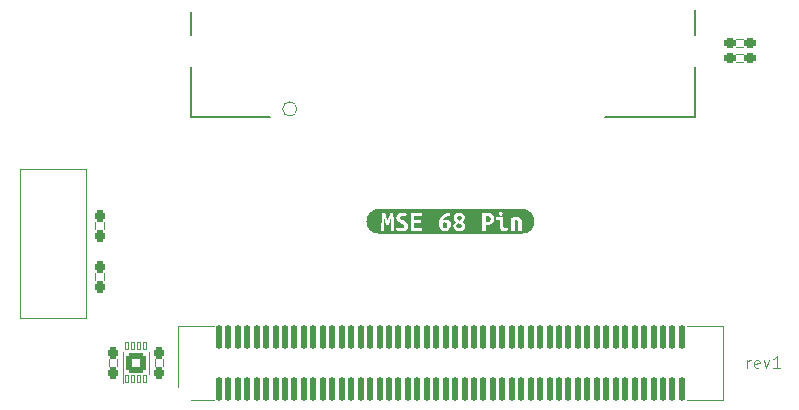
<source format=gto>
G04 #@! TF.GenerationSoftware,KiCad,Pcbnew,8.0.6*
G04 #@! TF.CreationDate,2024-11-07T02:27:46-08:00*
G04 #@! TF.ProjectId,mse-68-vhdci,6d73652d-3638-42d7-9668-6463692e6b69,1*
G04 #@! TF.SameCoordinates,PXb06e040PY8583b00*
G04 #@! TF.FileFunction,Legend,Top*
G04 #@! TF.FilePolarity,Positive*
%FSLAX46Y46*%
G04 Gerber Fmt 4.6, Leading zero omitted, Abs format (unit mm)*
G04 Created by KiCad (PCBNEW 8.0.6) date 2024-11-07 02:27:46*
%MOMM*%
%LPD*%
G01*
G04 APERTURE LIST*
G04 Aperture macros list*
%AMRoundRect*
0 Rectangle with rounded corners*
0 $1 Rounding radius*
0 $2 $3 $4 $5 $6 $7 $8 $9 X,Y pos of 4 corners*
0 Add a 4 corners polygon primitive as box body*
4,1,4,$2,$3,$4,$5,$6,$7,$8,$9,$2,$3,0*
0 Add four circle primitives for the rounded corners*
1,1,$1+$1,$2,$3*
1,1,$1+$1,$4,$5*
1,1,$1+$1,$6,$7*
1,1,$1+$1,$8,$9*
0 Add four rect primitives between the rounded corners*
20,1,$1+$1,$2,$3,$4,$5,0*
20,1,$1+$1,$4,$5,$6,$7,0*
20,1,$1+$1,$6,$7,$8,$9,0*
20,1,$1+$1,$8,$9,$2,$3,0*%
G04 Aperture macros list end*
%ADD10C,0.100000*%
%ADD11C,0.120000*%
%ADD12C,0.000000*%
%ADD13C,0.127000*%
%ADD14C,0.800000*%
%ADD15C,1.200000*%
%ADD16RoundRect,0.125000X0.125000X0.925000X-0.125000X0.925000X-0.125000X-0.925000X0.125000X-0.925000X0*%
%ADD17RoundRect,0.225000X0.225000X-0.275000X0.225000X0.275000X-0.225000X0.275000X-0.225000X-0.275000X0*%
%ADD18RoundRect,0.225000X-0.225000X0.275000X-0.225000X-0.275000X0.225000X-0.275000X0.225000X0.275000X0*%
%ADD19C,6.500000*%
%ADD20RoundRect,0.225000X-0.275000X-0.225000X0.275000X-0.225000X0.275000X0.225000X-0.275000X0.225000X0*%
%ADD21RoundRect,0.062500X0.137500X-0.287500X0.137500X0.287500X-0.137500X0.287500X-0.137500X-0.287500X0*%
%ADD22RoundRect,0.265625X0.584375X-0.584375X0.584375X0.584375X-0.584375X0.584375X-0.584375X-0.584375X0*%
%ADD23C,2.300000*%
%ADD24C,2.700000*%
%ADD25C,1.950000*%
%ADD26C,1.100000*%
%ADD27O,1.500000X2.350000*%
%ADD28O,1.200000X1.800000*%
%ADD29RoundRect,0.225000X0.275000X0.225000X-0.275000X0.225000X-0.275000X-0.225000X0.275000X-0.225000X0*%
G04 APERTURE END LIST*
D10*
X-12357143Y3577581D02*
X-12357143Y4244248D01*
X-12357143Y4053772D02*
X-12309524Y4149010D01*
X-12309524Y4149010D02*
X-12261905Y4196629D01*
X-12261905Y4196629D02*
X-12166667Y4244248D01*
X-12166667Y4244248D02*
X-12071429Y4244248D01*
X-11357143Y3625200D02*
X-11452381Y3577581D01*
X-11452381Y3577581D02*
X-11642857Y3577581D01*
X-11642857Y3577581D02*
X-11738095Y3625200D01*
X-11738095Y3625200D02*
X-11785714Y3720439D01*
X-11785714Y3720439D02*
X-11785714Y4101391D01*
X-11785714Y4101391D02*
X-11738095Y4196629D01*
X-11738095Y4196629D02*
X-11642857Y4244248D01*
X-11642857Y4244248D02*
X-11452381Y4244248D01*
X-11452381Y4244248D02*
X-11357143Y4196629D01*
X-11357143Y4196629D02*
X-11309524Y4101391D01*
X-11309524Y4101391D02*
X-11309524Y4006153D01*
X-11309524Y4006153D02*
X-11785714Y3910915D01*
X-10976190Y4244248D02*
X-10738095Y3577581D01*
X-10738095Y3577581D02*
X-10500000Y4244248D01*
X-9595238Y3577581D02*
X-10166666Y3577581D01*
X-9880952Y3577581D02*
X-9880952Y4577581D01*
X-9880952Y4577581D02*
X-9976190Y4434724D01*
X-9976190Y4434724D02*
X-10071428Y4339486D01*
X-10071428Y4339486D02*
X-10166666Y4291867D01*
D11*
G04 #@! TO.C,J1*
X-60600001Y7100000D02*
X-60600000Y2000000D01*
X-60600001Y7100000D02*
X-57500001Y7100000D01*
X-59500000Y900000D02*
X-57500001Y900000D01*
X-17499999Y7100000D02*
X-14399999Y7100000D01*
X-17499999Y900000D02*
X-14399999Y900000D01*
X-14399999Y7100000D02*
X-14399999Y900000D01*
D10*
G04 #@! TO.C,R3*
X-67549999Y11600000D02*
X-67549999Y11000000D01*
X-66850001Y11000000D02*
X-66850001Y11600000D01*
G04 #@! TO.C,R2*
X-67549999Y15900000D02*
X-67549999Y15300000D01*
X-66850001Y15300000D02*
X-66850001Y15900000D01*
G04 #@! TO.C,C1*
X-66399999Y3700000D02*
X-66399999Y4300000D01*
X-65700001Y4300000D02*
X-65700001Y3700000D01*
D12*
G04 #@! TO.C,kibuzzard-672C6177*
G36*
X-36612783Y16433764D02*
G01*
X-36555836Y16306543D01*
X-36587338Y16176898D01*
X-36693962Y16054523D01*
X-36813308Y16111470D01*
X-36890246Y16165994D01*
X-36945981Y16304120D01*
X-36886611Y16432553D01*
X-36749697Y16476171D01*
X-36612783Y16433764D01*
G37*
G36*
X-36693962Y15791599D02*
G01*
X-36590973Y15731018D01*
X-36532815Y15664378D01*
X-36514641Y15579564D01*
X-36578857Y15454766D01*
X-36752120Y15402666D01*
X-36915691Y15452342D01*
X-36984754Y15598950D01*
X-36948405Y15731018D01*
X-36844204Y15855816D01*
X-36693962Y15791599D01*
G37*
G36*
X-34248586Y16431038D02*
G01*
X-34165287Y16390145D01*
X-34111672Y16316539D01*
X-34093800Y16204766D01*
X-34111975Y16086935D01*
X-34166498Y16009693D01*
X-34256765Y15966983D01*
X-34382169Y15952746D01*
X-34503332Y15952746D01*
X-34503332Y16437399D01*
X-34429422Y16443457D01*
X-34355513Y16444669D01*
X-34248586Y16431038D01*
G37*
G36*
X-37875909Y15883986D02*
G01*
X-37806240Y15837641D01*
X-37755351Y15661955D01*
X-37766256Y15577141D01*
X-37800182Y15497173D01*
X-37859552Y15436591D01*
X-37946789Y15412359D01*
X-38052201Y15442649D01*
X-38118841Y15523829D01*
X-38152767Y15638934D01*
X-38162460Y15773425D01*
X-38161248Y15819467D01*
X-38157613Y15863086D01*
X-38077645Y15889742D01*
X-37983138Y15899435D01*
X-37875909Y15883986D01*
G37*
G36*
X-31337556Y17041407D02*
G01*
X-31235974Y17026339D01*
X-31136358Y17001386D01*
X-31039668Y16966790D01*
X-30946834Y16922883D01*
X-30858751Y16870088D01*
X-30776267Y16808914D01*
X-30700176Y16739949D01*
X-30631212Y16663858D01*
X-30570037Y16581374D01*
X-30517242Y16493291D01*
X-30473335Y16400458D01*
X-30438739Y16303767D01*
X-30413786Y16204151D01*
X-30398718Y16102570D01*
X-30393679Y16000000D01*
X-30398718Y15897430D01*
X-30413786Y15795849D01*
X-30438739Y15696233D01*
X-30473335Y15599542D01*
X-30517242Y15506709D01*
X-30570037Y15418626D01*
X-30631212Y15336142D01*
X-30700176Y15260051D01*
X-30776267Y15191086D01*
X-30858751Y15129912D01*
X-30946834Y15077117D01*
X-31039668Y15033210D01*
X-31136358Y14998614D01*
X-31235974Y14973661D01*
X-31337556Y14958593D01*
X-31440125Y14953554D01*
X-31440327Y14953554D01*
X-32911248Y14953554D01*
X-34503332Y14953554D01*
X-36756967Y14953554D01*
X-37939519Y14953554D01*
X-40837742Y14953554D01*
X-41639842Y14953554D01*
X-42257775Y14953554D01*
X-43357936Y14953554D01*
X-43559875Y14953554D01*
X-43662444Y14958593D01*
X-43764026Y14973661D01*
X-43863642Y14998614D01*
X-43960332Y15033210D01*
X-44053166Y15077117D01*
X-44141249Y15129912D01*
X-44218217Y15186995D01*
X-43357936Y15186995D01*
X-43084107Y15186995D01*
X-43096224Y16352585D01*
X-42919326Y15717690D01*
X-42701232Y15717690D01*
X-42517064Y16352585D01*
X-42531603Y15186995D01*
X-42257775Y15186995D01*
X-42260118Y15269386D01*
X-42105109Y15269386D01*
X-41937904Y15195477D01*
X-41807653Y15165489D01*
X-41639842Y15155493D01*
X-41469810Y15168282D01*
X-41402247Y15186995D01*
X-40837742Y15186995D01*
X-39875707Y15186995D01*
X-39875707Y15434168D01*
X-40539681Y15434168D01*
X-40539681Y15800081D01*
X-38455674Y15800081D01*
X-38441000Y15598277D01*
X-38396978Y15435514D01*
X-38323607Y15311793D01*
X-38222233Y15224960D01*
X-38094204Y15172859D01*
X-37939519Y15155493D01*
X-37824414Y15167306D01*
X-37726272Y15202746D01*
X-37578453Y15325121D01*
X-37492427Y15489903D01*
X-37480975Y15562601D01*
X-37263429Y15562601D01*
X-37227080Y15391761D01*
X-37124091Y15263328D01*
X-36964156Y15183360D01*
X-36865711Y15162460D01*
X-36756967Y15155493D01*
X-36623082Y15165186D01*
X-36512217Y15194265D01*
X-36351070Y15292407D01*
X-36261410Y15426898D01*
X-36233542Y15574717D01*
X-36247779Y15683764D01*
X-36290489Y15783118D01*
X-36367730Y15873990D01*
X-36485561Y15957593D01*
X-36391054Y16033623D01*
X-36325626Y16126010D01*
X-36287460Y16227484D01*
X-36274737Y16330775D01*
X-36306543Y16491922D01*
X-36401959Y16616721D01*
X-36496989Y16667609D01*
X-34801393Y16667609D01*
X-34801393Y15186995D01*
X-34503332Y15186995D01*
X-34503332Y15693457D01*
X-34396708Y15693457D01*
X-34217522Y15706785D01*
X-34067683Y15746769D01*
X-33947193Y15813409D01*
X-33859013Y15909935D01*
X-33806105Y16039580D01*
X-33788469Y16202342D01*
X-33801892Y16325929D01*
X-33633380Y16325929D01*
X-33633380Y16078756D01*
X-33318356Y16078756D01*
X-33318356Y15659532D01*
X-33313510Y15547456D01*
X-33298970Y15448708D01*
X-33232330Y15292407D01*
X-33106321Y15194265D01*
X-33018174Y15168821D01*
X-32911248Y15160339D01*
X-32762217Y15176090D01*
X-32588954Y15235460D01*
X-32627726Y15475363D01*
X-32758582Y15430533D01*
X-32857936Y15419628D01*
X-32982734Y15469305D01*
X-33020295Y15620759D01*
X-33020295Y16289580D01*
X-32356321Y16289580D01*
X-32356321Y15186995D01*
X-32058259Y15186995D01*
X-32058259Y16081179D01*
X-31989196Y16088449D01*
X-31922557Y16090872D01*
X-31774737Y16020598D01*
X-31747476Y15927908D01*
X-31738389Y15790388D01*
X-31738389Y15186995D01*
X-31440327Y15186995D01*
X-31440327Y15829160D01*
X-31445779Y15940327D01*
X-31462137Y16041195D01*
X-31536046Y16205977D01*
X-31677807Y16312601D01*
X-31778978Y16340771D01*
X-31903170Y16350162D01*
X-32036147Y16345315D01*
X-32158825Y16330775D01*
X-32266963Y16310784D01*
X-32356321Y16289580D01*
X-33020295Y16289580D01*
X-33020295Y16325929D01*
X-33221426Y16325929D01*
X-33633380Y16325929D01*
X-33801892Y16325929D01*
X-33805971Y16363489D01*
X-33858475Y16491519D01*
X-33945981Y16586430D01*
X-34065260Y16651723D01*
X-34070339Y16653069D01*
X-33408017Y16653069D01*
X-33353494Y16514943D01*
X-33221426Y16464055D01*
X-33088146Y16514943D01*
X-33032411Y16653069D01*
X-33088146Y16793619D01*
X-33221426Y16844507D01*
X-33353494Y16793619D01*
X-33408017Y16653069D01*
X-34070339Y16653069D01*
X-34213079Y16690899D01*
X-34389439Y16703958D01*
X-34483946Y16701535D01*
X-34592993Y16695477D01*
X-34703251Y16684572D01*
X-34801393Y16667609D01*
X-36496989Y16667609D01*
X-36551292Y16696688D01*
X-36744851Y16723344D01*
X-36869649Y16713045D01*
X-36972637Y16682149D01*
X-37120456Y16577948D01*
X-37201636Y16436187D01*
X-37227080Y16284733D01*
X-37188308Y16110258D01*
X-37132573Y16030291D01*
X-37042912Y15955170D01*
X-37141660Y15871870D01*
X-37210117Y15777060D01*
X-37250101Y15673162D01*
X-37263429Y15562601D01*
X-37480975Y15562601D01*
X-37464560Y15666801D01*
X-37490004Y15850969D01*
X-37573607Y16003635D01*
X-37722637Y16107835D01*
X-37823506Y16136914D01*
X-37944366Y16146607D01*
X-38021910Y16135703D01*
X-38111571Y16105412D01*
X-38027968Y16262924D01*
X-37893477Y16365913D01*
X-37723849Y16422859D01*
X-37534834Y16442246D01*
X-37551797Y16696688D01*
X-37746264Y16682149D01*
X-37922557Y16638530D01*
X-38077645Y16566438D01*
X-38208502Y16466478D01*
X-38313611Y16339257D01*
X-38391458Y16185380D01*
X-38439620Y16005452D01*
X-38455674Y15800081D01*
X-40539681Y15800081D01*
X-40539681Y15855816D01*
X-40008986Y15855816D01*
X-40008986Y16102989D01*
X-40539681Y16102989D01*
X-40539681Y16439822D01*
X-39929019Y16439822D01*
X-39929019Y16686995D01*
X-40837742Y16686995D01*
X-40837742Y15186995D01*
X-41402247Y15186995D01*
X-41331280Y15206651D01*
X-41224253Y15270598D01*
X-41121567Y15409632D01*
X-41087338Y15596527D01*
X-41097637Y15709511D01*
X-41128534Y15801292D01*
X-41233946Y15936995D01*
X-41374495Y16024233D01*
X-41521103Y16083603D01*
X-41614398Y16119952D01*
X-41699212Y16164782D01*
X-41761006Y16222940D01*
X-41785238Y16299273D01*
X-41758852Y16394857D01*
X-41679692Y16452208D01*
X-41547758Y16471325D01*
X-41376918Y16447092D01*
X-41242427Y16388934D01*
X-41155190Y16619144D01*
X-41328453Y16689418D01*
X-41440226Y16713045D01*
X-41569568Y16720921D01*
X-41718060Y16707728D01*
X-41843666Y16668148D01*
X-41946385Y16602181D01*
X-42049071Y16460420D01*
X-42083300Y16272617D01*
X-42044527Y16094507D01*
X-41946385Y15974556D01*
X-41814317Y15894588D01*
X-41673768Y15838853D01*
X-41571991Y15796446D01*
X-41479907Y15745557D01*
X-41412056Y15681341D01*
X-41385400Y15598950D01*
X-41396305Y15527464D01*
X-41436288Y15464459D01*
X-41515044Y15420840D01*
X-41639842Y15405089D01*
X-41760703Y15413570D01*
X-41861571Y15439015D01*
X-42017872Y15511712D01*
X-42105109Y15269386D01*
X-42260118Y15269386D01*
X-42263227Y15378736D01*
X-42269891Y15566236D01*
X-42278069Y15751010D01*
X-42288065Y15934572D01*
X-42300182Y16118437D01*
X-42314721Y16304120D01*
X-42330775Y16493134D01*
X-42347435Y16686995D01*
X-42594608Y16686995D01*
X-42638227Y16558562D01*
X-42691539Y16392569D01*
X-42752120Y16208401D01*
X-42812702Y16023021D01*
X-42868437Y16197496D01*
X-42926595Y16384087D01*
X-42981119Y16556139D01*
X-43023526Y16686995D01*
X-43270699Y16686995D01*
X-43286753Y16522819D01*
X-43300989Y16345315D01*
X-43313409Y16158118D01*
X-43324011Y15964863D01*
X-43333401Y15767973D01*
X-43342185Y15569871D01*
X-43350363Y15374798D01*
X-43357936Y15186995D01*
X-44218217Y15186995D01*
X-44223733Y15191086D01*
X-44299824Y15260051D01*
X-44368788Y15336142D01*
X-44429963Y15418626D01*
X-44482758Y15506709D01*
X-44526665Y15599542D01*
X-44561261Y15696233D01*
X-44586214Y15795849D01*
X-44601282Y15897430D01*
X-44606321Y16000000D01*
X-44601282Y16102570D01*
X-44586214Y16204151D01*
X-44561261Y16303767D01*
X-44526665Y16400458D01*
X-44482758Y16493291D01*
X-44429963Y16581374D01*
X-44368788Y16663858D01*
X-44299824Y16739949D01*
X-44223733Y16808914D01*
X-44141249Y16870088D01*
X-44053166Y16922883D01*
X-43960332Y16966790D01*
X-43863642Y17001386D01*
X-43764026Y17026339D01*
X-43662444Y17041407D01*
X-43559875Y17046446D01*
X-43357936Y17046446D01*
X-31440327Y17046446D01*
X-31440125Y17046446D01*
X-31337556Y17041407D01*
G37*
D10*
G04 #@! TO.C,R4*
X-13300000Y29450001D02*
X-12700000Y29450001D01*
X-12700000Y30149999D02*
X-13300000Y30149999D01*
G04 #@! TO.C,R1*
X-62499999Y4300000D02*
X-62499999Y3700000D01*
X-61800001Y3700000D02*
X-61800001Y4300000D01*
G04 #@! TO.C,U1*
X-65200000Y2300000D02*
X-65200000Y4950000D01*
X-63000000Y4950000D02*
X-63000000Y3050000D01*
G04 #@! TO.C,J3*
X-68370000Y7770001D02*
X-73969999Y7770000D01*
X-73969999Y20440000D01*
X-68369999Y20440000D01*
X-68370000Y7770001D01*
D13*
G04 #@! TO.C,J4*
X-59450000Y33750000D02*
X-59450000Y31750000D01*
X-59450000Y29050000D02*
X-59450000Y24850000D01*
X-59450000Y24850000D02*
X-52749999Y24850000D01*
X-24450000Y24849999D02*
X-16750000Y24850000D01*
X-16750000Y31750000D02*
X-16750000Y33850000D01*
X-16750000Y24850000D02*
X-16750000Y29050000D01*
D10*
X-50500000Y25500000D02*
G75*
G02*
X-51700000Y25500000I-600000J0D01*
G01*
X-51700000Y25500000D02*
G75*
G02*
X-50500000Y25500000I600000J0D01*
G01*
G04 #@! TO.C,C2*
X-13300000Y31449999D02*
X-12700000Y31449999D01*
X-12700000Y30750001D02*
X-13300000Y30750001D01*
G04 #@! TD*
%LPC*%
D14*
G04 #@! TO.C,J1*
X-15400000Y4000000D03*
D15*
X-59600000Y4000000D03*
D16*
X-57100000Y1800000D03*
X-57100000Y6200000D03*
X-56300000Y1800001D03*
X-56300000Y6199999D03*
X-55500000Y1800000D03*
X-55500000Y6200000D03*
X-54700001Y1800000D03*
X-54700001Y6200000D03*
X-53900000Y1800000D03*
X-53900000Y6200000D03*
X-53100000Y1800000D03*
X-53100000Y6200000D03*
X-52299999Y1800000D03*
X-52299999Y6200000D03*
X-51500000Y1800000D03*
X-51500000Y6200000D03*
X-50700000Y1800001D03*
X-50700000Y6199999D03*
X-49900000Y1800000D03*
X-49900000Y6200000D03*
X-49100000Y1800000D03*
X-49100000Y6200000D03*
X-48300000Y1800000D03*
X-48300000Y6200000D03*
X-47500000Y1800000D03*
X-47500000Y6200000D03*
X-46699999Y1800000D03*
X-46699999Y6200000D03*
X-45900000Y1800000D03*
X-45900000Y6200000D03*
X-45100000Y1800001D03*
X-45100000Y6199999D03*
X-44300000Y1800000D03*
X-44300000Y6200000D03*
X-43500000Y1800000D03*
X-43500000Y6200000D03*
X-42700000Y1800000D03*
X-42700000Y6200000D03*
X-41900000Y1800000D03*
X-41900000Y6200000D03*
X-41099999Y1800000D03*
X-41099999Y6200000D03*
X-40300000Y1800000D03*
X-40300000Y6200000D03*
X-39500000Y1800001D03*
X-39500000Y6199999D03*
X-38700000Y1800000D03*
X-38700000Y6200000D03*
X-37900000Y1800000D03*
X-37900000Y6200000D03*
X-37100000Y1800000D03*
X-37100000Y6200000D03*
X-36300000Y1800000D03*
X-36300000Y6200000D03*
X-35500000Y1800001D03*
X-35500000Y6199999D03*
X-34700000Y1800000D03*
X-34700000Y6200000D03*
X-33900001Y1800000D03*
X-33900001Y6200000D03*
X-33100000Y1800000D03*
X-33100000Y6200000D03*
X-32300000Y1800000D03*
X-32300000Y6200000D03*
X-31500000Y1800000D03*
X-31500000Y6200000D03*
X-30700000Y1800000D03*
X-30700000Y6200000D03*
X-29900000Y1800001D03*
X-29900000Y6199999D03*
X-29100000Y1800000D03*
X-29100000Y6200000D03*
X-28300001Y1800000D03*
X-28300001Y6200000D03*
X-27500000Y1800000D03*
X-27500000Y6200000D03*
X-26700000Y1800000D03*
X-26700000Y6200000D03*
X-25900000Y1800000D03*
X-25900000Y6200000D03*
X-25100000Y1800000D03*
X-25100000Y6200000D03*
X-24300000Y1800001D03*
X-24300000Y6199999D03*
X-23500000Y1800000D03*
X-23500000Y6200000D03*
X-22700001Y1800000D03*
X-22700001Y6200000D03*
X-21900000Y1800000D03*
X-21900000Y6200000D03*
X-21100000Y1800000D03*
X-21100000Y6200000D03*
X-20299999Y1800000D03*
X-20299999Y6200000D03*
X-19500000Y1800000D03*
X-19500000Y6200000D03*
X-18700000Y1800001D03*
X-18700000Y6199999D03*
X-17900000Y1800000D03*
X-17900000Y6200000D03*
G04 #@! TD*
D17*
G04 #@! TO.C,R3*
X-67200000Y10450000D03*
X-67200000Y12150000D03*
G04 #@! TD*
D18*
G04 #@! TO.C,R2*
X-67200000Y16450000D03*
X-67200000Y14750000D03*
G04 #@! TD*
D17*
G04 #@! TO.C,C1*
X-66050000Y3150000D03*
X-66050000Y4850000D03*
G04 #@! TD*
D19*
G04 #@! TO.C,H4*
X-4000000Y4000000D03*
G04 #@! TD*
D20*
G04 #@! TO.C,R4*
X-13850000Y29800000D03*
X-12150000Y29800000D03*
G04 #@! TD*
D17*
G04 #@! TO.C,R1*
X-62150000Y3150000D03*
X-62150000Y4850000D03*
G04 #@! TD*
D21*
G04 #@! TO.C,U1*
X-64850001Y2600000D03*
X-64350000Y2600000D03*
X-63850000Y2600000D03*
X-63349999Y2600000D03*
X-63349999Y5400000D03*
X-63850000Y5400000D03*
X-64350000Y5400000D03*
X-64850001Y5400000D03*
D22*
X-64100000Y4000000D03*
G04 #@! TD*
D23*
G04 #@! TO.C,J3*
X-72440000Y10870000D03*
D24*
X-69900000Y17340000D03*
D25*
X-72440000Y16010000D03*
X-69900000Y14740000D03*
X-72440000Y13470000D03*
X-69900000Y12200000D03*
G04 #@! TD*
D26*
G04 #@! TO.C,J4*
X-51100000Y25500000D03*
X-50300000Y26650000D03*
X-49500000Y25500000D03*
X-48700000Y26650000D03*
X-47900000Y25500000D03*
X-47100000Y26650000D03*
X-46300000Y25500000D03*
X-45500000Y26650000D03*
X-44700000Y25500000D03*
X-43900000Y26650000D03*
X-43100000Y25499999D03*
X-42300000Y26650000D03*
X-41500001Y25500000D03*
X-40700000Y26650000D03*
X-39900000Y25500000D03*
X-39100000Y26650000D03*
X-38300000Y25500000D03*
X-37500000Y26650000D03*
X-36700000Y25500000D03*
X-35900000Y26650000D03*
X-35100000Y25500000D03*
X-34300000Y26650000D03*
X-33499999Y25500000D03*
X-32700000Y26650000D03*
X-31900000Y25499999D03*
X-31100000Y26650000D03*
X-30300000Y25500000D03*
X-29500000Y26650000D03*
X-28700000Y25500000D03*
X-27900000Y26650000D03*
X-27100000Y25500000D03*
X-26300000Y26650000D03*
X-25500000Y25500000D03*
X-24700000Y26650000D03*
X-51500000Y27850000D03*
X-50700000Y29000001D03*
X-49900000Y27850000D03*
X-49100000Y29000000D03*
X-48300000Y27850000D03*
X-47500000Y29000000D03*
X-46700000Y27850000D03*
X-45900000Y29000000D03*
X-45100000Y27850000D03*
X-44300000Y29000000D03*
X-43500000Y27850000D03*
X-42700000Y29000000D03*
X-41900000Y27850000D03*
X-41100000Y29000001D03*
X-40300000Y27850000D03*
X-39500000Y29000001D03*
X-38700000Y27850000D03*
X-37900000Y29000000D03*
X-37100000Y27850000D03*
X-36300000Y29000000D03*
X-35500000Y27850000D03*
X-34700000Y29000000D03*
X-33900000Y27850000D03*
X-33100000Y29000000D03*
X-32300000Y27850000D03*
X-31500000Y29000000D03*
X-30700000Y27850000D03*
X-29900000Y29000001D03*
X-29100000Y27850000D03*
X-28300000Y29000001D03*
X-27500000Y27850000D03*
X-26700000Y29000000D03*
X-25900000Y27850000D03*
X-25100000Y29000000D03*
D27*
X-16950000Y30380000D03*
D28*
X-21925000Y27750000D03*
X-54275000Y27750000D03*
D27*
X-59250000Y30380000D03*
G04 #@! TD*
D19*
G04 #@! TO.C,H3*
X-71000000Y4000000D03*
G04 #@! TD*
D29*
G04 #@! TO.C,C2*
X-12150000Y31100000D03*
X-13850000Y31100000D03*
G04 #@! TD*
G36*
X-56961Y21530315D02*
G01*
X-11206Y21477511D01*
X0Y21426000D01*
X0Y12474000D01*
X-19685Y12406961D01*
X-72489Y12361206D01*
X-124000Y12350000D01*
X-2376000Y12350000D01*
X-2443039Y12369685D01*
X-2488794Y12422489D01*
X-2500000Y12474000D01*
X-2500000Y21426000D01*
X-2480315Y21493039D01*
X-2427511Y21538794D01*
X-2376000Y21550000D01*
X-124000Y21550000D01*
X-56961Y21530315D01*
G37*
%LPD*%
M02*

</source>
